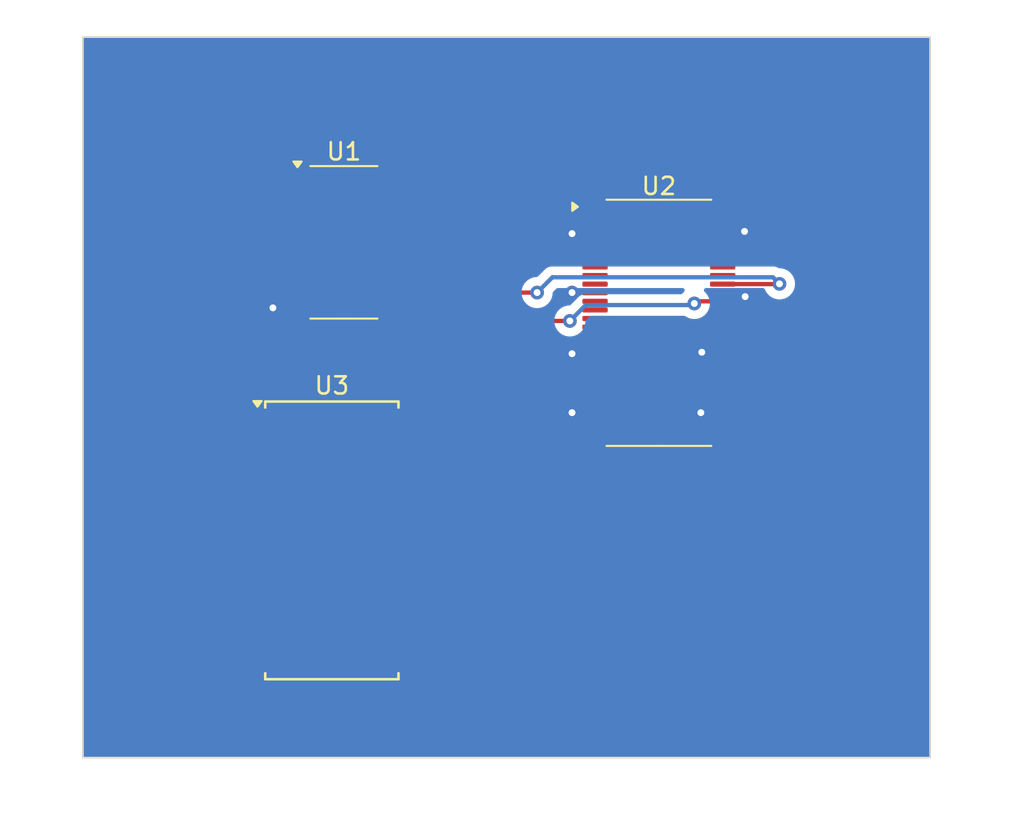
<source format=kicad_pcb>
(kicad_pcb (version 20221018) (generator pcbnew)
  (layers (0 "F.Cu" signal) (31 "B.Cu" signal) (34 "B.Paste" user) (35 "F.Paste" user) (36 "B.SilkS" user "B.Silkscreen") (37 "F.SilkS" user "F.Silkscreen") (38 "B.Mask" user) (39 "F.Mask" user) (44 "Edge.Cuts" user))
  (net 0 "")
  (net 4 "Net-(U1-Q4)")
  (net 6 "/GND")
  (net 8 "Net-(U1-Q2)")
  (net 10 "Net-(U1-Q1)")
  (net 11 "Net-(U1-Q0)")
  (net 13 "/VDC_3V3")
  (net 15 "Net-(U2-1Y1)")
  (net 16 "Net-(U2-1Y2)")
  (net 17 "Net-(U2-1Y3)")
  (net 18 "Net-(U2-1Y4)")
  (net 19 "Net-(U2-1Y5)")
  (net 20 "Net-(U2-1Y6)")
  (net 21 "Net-(U2-1Y7)")
  (net 22 "Net-(U2-1Y8)")
  (net 23 "Net-(U2-1Y9)")
  (net 24 "Net-(U2-1Y10)")
  (net 56 "Net-(U3-GND-Pad17)")
  (footprint "Package_SO:TSSOP-56_6.1x14mm_P0.5mm" (layer "F.Cu") (at 146.6555 88.627)
    (fp_text reference "U2" (at 0 -7.95) (layer "F.SilkS"))
    (fp_text value "SN74AVC16827DGGR")
    (fp_line (start 0 -7.16) (end -3.05 -7.16) (stroke (width 0.12)) (layer "F.SilkS"))
    (fp_line (start 0 -7.16) (end 3.05 -7.16) (stroke (width 0.12)) (layer "F.SilkS"))
    (fp_line (start 0 7.16) (end -3.05 7.16) (stroke (width 0.12)) (layer "F.SilkS"))
    (fp_line (start 0 7.16) (end 3.05 7.16) (stroke (width 0.12)) (layer "F.SilkS"))
    (fp_poly (pts (xy -4.71 -6.75) (xy -5.04 -6.99) (xy -5.04 -6.51) (xy -4.71 -6.75)) (stroke (width 0.12)) (fill solid) (layer "F.SilkS"))
    (pad "1" smd roundrect (at -3.7125 -6.75) (size 1.475 0.3) (layers "F.Cu" "F.Paste" "F.Mask"))
    (pad "2" smd roundrect (at -3.7125 -6.25) (size 1.475 0.3) (layers "F.Cu" "F.Paste" "F.Mask") (net 15 "Net-(U2-1Y1)"))
    (pad "3" smd roundrect (at -3.7125 -5.75) (size 1.475 0.3) (layers "F.Cu" "F.Paste" "F.Mask") (net 16 "Net-(U2-1Y2)"))
    (pad "4" smd roundrect (at -3.7125 -5.25) (size 1.475 0.3) (layers "F.Cu" "F.Paste" "F.Mask") (net 6 "/GND"))
    (pad "5" smd roundrect (at -3.7125 -4.75) (size 1.475 0.3) (layers "F.Cu" "F.Paste" "F.Mask") (net 17 "Net-(U2-1Y3)"))
    (pad "6" smd roundrect (at -3.7125 -4.25) (size 1.475 0.3) (layers "F.Cu" "F.Paste" "F.Mask") (net 18 "Net-(U2-1Y4)"))
    (pad "7" smd roundrect (at -3.7125 -3.75) (size 1.475 0.3) (layers "F.Cu" "F.Paste" "F.Mask") (net 13 "/VDC_3V3"))
    (pad "8" smd roundrect (at -3.7125 -3.25) (size 1.475 0.3) (layers "F.Cu" "F.Paste" "F.Mask") (net 19 "Net-(U2-1Y5)"))
    (pad "9" smd roundrect (at -3.7125 -2.75) (size 1.475 0.3) (layers "F.Cu" "F.Paste" "F.Mask") (net 20 "Net-(U2-1Y6)"))
    (pad "10" smd roundrect (at -3.7125 -2.25) (size 1.475 0.3) (layers "F.Cu" "F.Paste" "F.Mask") (net 21 "Net-(U2-1Y7)"))
    (pad "11" smd roundrect (at -3.7125 -1.75) (size 1.475 0.3) (layers "F.Cu" "F.Paste" "F.Mask") (net 6 "/GND"))
    (pad "12" smd roundrect (at -3.7125 -1.25) (size 1.475 0.3) (layers "F.Cu" "F.Paste" "F.Mask") (net 22 "Net-(U2-1Y8)"))
    (pad "13" smd roundrect (at -3.7125 -0.75) (size 1.475 0.3) (layers "F.Cu" "F.Paste" "F.Mask") (net 23 "Net-(U2-1Y9)"))
    (pad "14" smd roundrect (at -3.7125 -0.25) (size 1.475 0.3) (layers "F.Cu" "F.Paste" "F.Mask") (net 24 "Net-(U2-1Y10)"))
    (pad "15" smd roundrect (at -3.7125 0.25) (size 1.475 0.3) (layers "F.Cu" "F.Paste" "F.Mask"))
    (pad "16" smd roundrect (at -3.7125 0.75) (size 1.475 0.3) (layers "F.Cu" "F.Paste" "F.Mask"))
    (pad "17" smd roundrect (at -3.7125 1.25) (size 1.475 0.3) (layers "F.Cu" "F.Paste" "F.Mask"))
    (pad "18" smd roundrect (at -3.7125 1.75) (size 1.475 0.3) (layers "F.Cu" "F.Paste" "F.Mask") (net 6 "/GND"))
    (pad "19" smd roundrect (at -3.7125 2.25) (size 1.475 0.3) (layers "F.Cu" "F.Paste" "F.Mask"))
    (pad "20" smd roundrect (at -3.7125 2.75) (size 1.475 0.3) (layers "F.Cu" "F.Paste" "F.Mask"))
    (pad "21" smd roundrect (at -3.7125 3.25) (size 1.475 0.3) (layers "F.Cu" "F.Paste" "F.Mask"))
    (pad "22" smd roundrect (at -3.7125 3.75) (size 1.475 0.3) (layers "F.Cu" "F.Paste" "F.Mask") (net 13 "/VDC_3V3"))
    (pad "23" smd roundrect (at -3.7125 4.25) (size 1.475 0.3) (layers "F.Cu" "F.Paste" "F.Mask"))
    (pad "24" smd roundrect (at -3.7125 4.75) (size 1.475 0.3) (layers "F.Cu" "F.Paste" "F.Mask"))
    (pad "25" smd roundrect (at -3.7125 5.25) (size 1.475 0.3) (layers "F.Cu" "F.Paste" "F.Mask") (net 6 "/GND"))
    (pad "26" smd roundrect (at -3.7125 5.75) (size 1.475 0.3) (layers "F.Cu" "F.Paste" "F.Mask"))
    (pad "27" smd roundrect (at -3.7125 6.25) (size 1.475 0.3) (layers "F.Cu" "F.Paste" "F.Mask"))
    (pad "28" smd roundrect (at -3.7125 6.75) (size 1.475 0.3) (layers "F.Cu" "F.Paste" "F.Mask"))
    (pad "29" smd roundrect (at 3.7125 6.75) (size 1.475 0.3) (layers "F.Cu" "F.Paste" "F.Mask"))
    (pad "30" smd roundrect (at 3.7125 6.25) (size 1.475 0.3) (layers "F.Cu" "F.Paste" "F.Mask"))
    (pad "31" smd roundrect (at 3.7125 5.75) (size 1.475 0.3) (layers "F.Cu" "F.Paste" "F.Mask"))
    (pad "32" smd roundrect (at 3.7125 5.25) (size 1.475 0.3) (layers "F.Cu" "F.Paste" "F.Mask") (net 6 "/GND"))
    (pad "33" smd roundrect (at 3.7125 4.75) (size 1.475 0.3) (layers "F.Cu" "F.Paste" "F.Mask"))
    (pad "34" smd roundrect (at 3.7125 4.25) (size 1.475 0.3) (layers "F.Cu" "F.Paste" "F.Mask"))
    (pad "35" smd roundrect (at 3.7125 3.75) (size 1.475 0.3) (layers "F.Cu" "F.Paste" "F.Mask") (net 13 "/VDC_3V3"))
    (pad "36" smd roundrect (at 3.7125 3.25) (size 1.475 0.3) (layers "F.Cu" "F.Paste" "F.Mask"))
    (pad "37" smd roundrect (at 3.7125 2.75) (size 1.475 0.3) (layers "F.Cu" "F.Paste" "F.Mask"))
    (pad "38" smd roundrect (at 3.7125 2.25) (size 1.475 0.3) (layers "F.Cu" "F.Paste" "F.Mask"))
    (pad "39" smd roundrect (at 3.7125 1.75) (size 1.475 0.3) (layers "F.Cu" "F.Paste" "F.Mask") (net 6 "/GND"))
    (pad "40" smd roundrect (at 3.7125 1.25) (size 1.475 0.3) (layers "F.Cu" "F.Paste" "F.Mask"))
    (pad "41" smd roundrect (at 3.7125 0.75) (size 1.475 0.3) (layers "F.Cu" "F.Paste" "F.Mask"))
    (pad "42" smd roundrect (at 3.7125 0.25) (size 1.475 0.3) (layers "F.Cu" "F.Paste" "F.Mask"))
    (pad "43" smd roundrect (at 3.7125 -0.25) (size 1.475 0.3) (layers "F.Cu" "F.Paste" "F.Mask"))
    (pad "44" smd roundrect (at 3.7125 -0.75) (size 1.475 0.3) (layers "F.Cu" "F.Paste" "F.Mask") (net 8 "Net-(U1-Q2)"))
    (pad "45" smd roundrect (at 3.7125 -1.25) (size 1.475 0.3) (layers "F.Cu" "F.Paste" "F.Mask") (net 10 "Net-(U1-Q1)"))
    (pad "46" smd roundrect (at 3.7125 -1.75) (size 1.475 0.3) (layers "F.Cu" "F.Paste" "F.Mask") (net 6 "/GND"))
    (pad "47" smd roundrect (at 3.7125 -2.25) (size 1.475 0.3) (layers "F.Cu" "F.Paste" "F.Mask") (net 11 "Net-(U1-Q0)"))
    (pad "48" smd roundrect (at 3.7125 -2.75) (size 1.475 0.3) (layers "F.Cu" "F.Paste" "F.Mask"))
    (pad "49" smd roundrect (at 3.7125 -3.25) (size 1.475 0.3) (layers "F.Cu" "F.Paste" "F.Mask"))
    (pad "50" smd roundrect (at 3.7125 -3.75) (size 1.475 0.3) (layers "F.Cu" "F.Paste" "F.Mask") (net 13 "/VDC_3V3"))
    (pad "51" smd roundrect (at 3.7125 -4.25) (size 1.475 0.3) (layers "F.Cu" "F.Paste" "F.Mask"))
    (pad "52" smd roundrect (at 3.7125 -4.75) (size 1.475 0.3) (layers "F.Cu" "F.Paste" "F.Mask"))
    (pad "53" smd roundrect (at 3.7125 -5.25) (size 1.475 0.3) (layers "F.Cu" "F.Paste" "F.Mask") (net 6 "/GND"))
    (pad "54" smd roundrect (at 3.7125 -5.75) (size 1.475 0.3) (layers "F.Cu" "F.Paste" "F.Mask"))
    (pad "55" smd roundrect (at 3.7125 -6.25) (size 1.475 0.3) (layers "F.Cu" "F.Paste" "F.Mask"))
    (pad "56" smd roundrect (at 3.7125 -6.75) (size 1.475 0.3) (layers "F.Cu" "F.Paste" "F.Mask"))
  )
  (footprint "Package_SO:SOIC-14_3.9x8.7mm_P1.27mm" (layer "F.Cu") (at 128.335 83.947)
    (fp_text reference "U1" (at 0 -5.28) (layer "F.SilkS"))
    (fp_text value "74HC4024")
    (fp_line (start 0 -4.435) (end -1.95 -4.435) (stroke (width 0.12)) (layer "F.SilkS"))
    (fp_line (start 0 -4.435) (end 1.95 -4.435) (stroke (width 0.12)) (layer "F.SilkS"))
    (fp_line (start 0 4.435) (end -1.95 4.435) (stroke (width 0.12)) (layer "F.SilkS"))
    (fp_line (start 0 4.435) (end 1.95 4.435) (stroke (width 0.12)) (layer "F.SilkS"))
    (fp_poly (pts (xy -2.7 -4.37) (xy -2.94 -4.7) (xy -2.46 -4.7) (xy -2.7 -4.37)) (stroke (width 0.12)) (fill solid) (layer "F.SilkS"))
    (pad "1" smd roundrect (at -2.475 -3.81) (size 1.95 0.6) (layers "F.Cu" "F.Paste" "F.Mask"))
    (pad "2" smd roundrect (at -2.475 -2.54) (size 1.95 0.6) (layers "F.Cu" "F.Paste" "F.Mask"))
    (pad "3" smd roundrect (at -2.475 -1.27) (size 1.95 0.6) (layers "F.Cu" "F.Paste" "F.Mask"))
    (pad "4" smd roundrect (at -2.475 0) (size 1.95 0.6) (layers "F.Cu" "F.Paste" "F.Mask") (net 4 "Net-(U1-Q4)"))
    (pad "5" smd roundrect (at -2.475 1.27) (size 1.95 0.6) (layers "F.Cu" "F.Paste" "F.Mask") (net 4 "Net-(U1-Q4)"))
    (pad "6" smd roundrect (at -2.475 2.54) (size 1.95 0.6) (layers "F.Cu" "F.Paste" "F.Mask"))
    (pad "7" smd roundrect (at -2.475 3.81) (size 1.95 0.6) (layers "F.Cu" "F.Paste" "F.Mask") (net 6 "/GND"))
    (pad "8" smd roundrect (at 2.475 3.81) (size 1.95 0.6) (layers "F.Cu" "F.Paste" "F.Mask"))
    (pad "9" smd roundrect (at 2.475 2.54) (size 1.95 0.6) (layers "F.Cu" "F.Paste" "F.Mask") (net 8 "Net-(U1-Q2)"))
    (pad "10" smd roundrect (at 2.475 1.27) (size 1.95 0.6) (layers "F.Cu" "F.Paste" "F.Mask"))
    (pad "11" smd roundrect (at 2.475 0) (size 1.95 0.6) (layers "F.Cu" "F.Paste" "F.Mask") (net 10 "Net-(U1-Q1)"))
    (pad "12" smd roundrect (at 2.475 -1.27) (size 1.95 0.6) (layers "F.Cu" "F.Paste" "F.Mask") (net 11 "Net-(U1-Q0)"))
    (pad "13" smd roundrect (at 2.475 -2.54) (size 1.95 0.6) (layers "F.Cu" "F.Paste" "F.Mask"))
    (pad "14" smd roundrect (at 2.475 -3.81) (size 1.95 0.6) (layers "F.Cu" "F.Paste" "F.Mask") (net 13 "/VDC_3V3"))
  )
  (footprint "Package_SO:SSOP-48_7.5x15.9mm_P0.635mm" (layer "F.Cu") (at 127.634 101.2825)
    (fp_text reference "U3" (at 0 -9) (layer "F.SilkS"))
    (fp_text value "74CB3Q16210DL")
    (fp_line (start -3.875 -8.075) (end -3.875 -7.7275) (stroke (width 0.15)) (layer "F.SilkS"))
    (fp_line (start -3.875 -8.075) (end 3.875 -8.075) (stroke (width 0.15)) (layer "F.SilkS"))
    (fp_line (start -3.875 8.075) (end -3.875 7.7275) (stroke (width 0.15)) (layer "F.SilkS"))
    (fp_line (start -3.875 8.075) (end 3.875 8.075) (stroke (width 0.15)) (layer "F.SilkS"))
    (fp_line (start 3.875 -8.075) (end 3.875 -7.7275) (stroke (width 0.15)) (layer "F.SilkS"))
    (fp_line (start 3.875 8.075) (end 3.875 7.7275) (stroke (width 0.15)) (layer "F.SilkS"))
    (fp_poly (pts (xy -4.325 -7.775) (xy -4.565 -8.105) (xy -4.085 -8.105) (xy -4.325 -7.775)) (stroke (width 0.12)) (fill solid) (layer "F.SilkS"))
    (pad "1" smd rect (at -4.7 -7.3025) (size 1.2 0.4) (layers "F.Cu" "F.Paste" "F.Mask"))
    (pad "2" smd rect (at -4.7 -6.6675) (size 1.2 0.4) (layers "F.Cu" "F.Paste" "F.Mask") (net 15 "Net-(U2-1Y1)"))
    (pad "3" smd rect (at -4.7 -6.0325) (size 1.2 0.4) (layers "F.Cu" "F.Paste" "F.Mask") (net 16 "Net-(U2-1Y2)"))
    (pad "4" smd rect (at -4.7 -5.3975) (size 1.2 0.4) (layers "F.Cu" "F.Paste" "F.Mask") (net 17 "Net-(U2-1Y3)"))
    (pad "5" smd rect (at -4.7 -4.7625) (size 1.2 0.4) (layers "F.Cu" "F.Paste" "F.Mask") (net 18 "Net-(U2-1Y4)"))
    (pad "6" smd rect (at -4.7 -4.1275) (size 1.2 0.4) (layers "F.Cu" "F.Paste" "F.Mask") (net 19 "Net-(U2-1Y5)"))
    (pad "7" smd rect (at -4.7 -3.4925) (size 1.2 0.4) (layers "F.Cu" "F.Paste" "F.Mask") (net 20 "Net-(U2-1Y6)"))
    (pad "8" smd rect (at -4.7 -2.8575) (size 1.2 0.4) (layers "F.Cu" "F.Paste" "F.Mask") (net 56 "Net-(U3-GND-Pad17)"))
    (pad "9" smd rect (at -4.7 -2.2225) (size 1.2 0.4) (layers "F.Cu" "F.Paste" "F.Mask") (net 21 "Net-(U2-1Y7)"))
    (pad "10" smd rect (at -4.7 -1.5875) (size 1.2 0.4) (layers "F.Cu" "F.Paste" "F.Mask") (net 22 "Net-(U2-1Y8)"))
    (pad "11" smd rect (at -4.7 -0.9525) (size 1.2 0.4) (layers "F.Cu" "F.Paste" "F.Mask") (net 23 "Net-(U2-1Y9)"))
    (pad "12" smd rect (at -4.7 -0.3175) (size 1.2 0.4) (layers "F.Cu" "F.Paste" "F.Mask") (net 24 "Net-(U2-1Y10)"))
    (pad "13" smd rect (at -4.7 0.3175) (size 1.2 0.4) (layers "F.Cu" "F.Paste" "F.Mask"))
    (pad "14" smd rect (at -4.7 0.9525) (size 1.2 0.4) (layers "F.Cu" "F.Paste" "F.Mask"))
    (pad "15" smd rect (at -4.7 1.5875) (size 1.2 0.4) (layers "F.Cu" "F.Paste" "F.Mask"))
    (pad "16" smd rect (at -4.7 2.2225) (size 1.2 0.4) (layers "F.Cu" "F.Paste" "F.Mask"))
    (pad "17" smd rect (at -4.7 2.8575) (size 1.2 0.4) (layers "F.Cu" "F.Paste" "F.Mask") (net 56 "Net-(U3-GND-Pad17)"))
    (pad "18" smd rect (at -4.7 3.4925) (size 1.2 0.4) (layers "F.Cu" "F.Paste" "F.Mask"))
    (pad "19" smd rect (at -4.7 4.1275) (size 1.2 0.4) (layers "F.Cu" "F.Paste" "F.Mask"))
    (pad "20" smd rect (at -4.7 4.7625) (size 1.2 0.4) (layers "F.Cu" "F.Paste" "F.Mask"))
    (pad "21" smd rect (at -4.7 5.3975) (size 1.2 0.4) (layers "F.Cu" "F.Paste" "F.Mask"))
    (pad "22" smd rect (at -4.7 6.0325) (size 1.2 0.4) (layers "F.Cu" "F.Paste" "F.Mask"))
    (pad "23" smd rect (at -4.7 6.6675) (size 1.2 0.4) (layers "F.Cu" "F.Paste" "F.Mask"))
    (pad "24" smd rect (at -4.7 7.3025) (size 1.2 0.4) (layers "F.Cu" "F.Paste" "F.Mask"))
    (pad "25" smd rect (at 4.7 7.3025) (size 1.2 0.4) (layers "F.Cu" "F.Paste" "F.Mask"))
    (pad "26" smd rect (at 4.7 6.6675) (size 1.2 0.4) (layers "F.Cu" "F.Paste" "F.Mask"))
    (pad "27" smd rect (at 4.7 6.0325) (size 1.2 0.4) (layers "F.Cu" "F.Paste" "F.Mask"))
    (pad "28" smd rect (at 4.7 5.3975) (size 1.2 0.4) (layers "F.Cu" "F.Paste" "F.Mask"))
    (pad "29" smd rect (at 4.7 4.7625) (size 1.2 0.4) (layers "F.Cu" "F.Paste" "F.Mask"))
    (pad "30" smd rect (at 4.7 4.1275) (size 1.2 0.4) (layers "F.Cu" "F.Paste" "F.Mask"))
    (pad "31" smd rect (at 4.7 3.4925) (size 1.2 0.4) (layers "F.Cu" "F.Paste" "F.Mask"))
    (pad "32" smd rect (at 4.7 2.8575) (size 1.2 0.4) (layers "F.Cu" "F.Paste" "F.Mask") (net 56 "Net-(U3-GND-Pad17)"))
    (pad "33" smd rect (at 4.7 2.2225) (size 1.2 0.4) (layers "F.Cu" "F.Paste" "F.Mask"))
    (pad "34" smd rect (at 4.7 1.5875) (size 1.2 0.4) (layers "F.Cu" "F.Paste" "F.Mask"))
    (pad "35" smd rect (at 4.7 0.9525) (size 1.2 0.4) (layers "F.Cu" "F.Paste" "F.Mask"))
    (pad "36" smd rect (at 4.7 0.3175) (size 1.2 0.4) (layers "F.Cu" "F.Paste" "F.Mask"))
    (pad "37" smd rect (at 4.7 -0.3175) (size 1.2 0.4) (layers "F.Cu" "F.Paste" "F.Mask"))
    (pad "38" smd rect (at 4.7 -0.9525) (size 1.2 0.4) (layers "F.Cu" "F.Paste" "F.Mask"))
    (pad "39" smd rect (at 4.7 -1.5875) (size 1.2 0.4) (layers "F.Cu" "F.Paste" "F.Mask"))
    (pad "40" smd rect (at 4.7 -2.2225) (size 1.2 0.4) (layers "F.Cu" "F.Paste" "F.Mask"))
    (pad "41" smd rect (at 4.7 -2.8575) (size 1.2 0.4) (layers "F.Cu" "F.Paste" "F.Mask") (net 56 "Net-(U3-GND-Pad17)"))
    (pad "42" smd rect (at 4.7 -3.4925) (size 1.2 0.4) (layers "F.Cu" "F.Paste" "F.Mask"))
    (pad "43" smd rect (at 4.7 -4.1275) (size 1.2 0.4) (layers "F.Cu" "F.Paste" "F.Mask"))
    (pad "44" smd rect (at 4.7 -4.7625) (size 1.2 0.4) (layers "F.Cu" "F.Paste" "F.Mask"))
    (pad "45" smd rect (at 4.7 -5.3975) (size 1.2 0.4) (layers "F.Cu" "F.Paste" "F.Mask"))
    (pad "46" smd rect (at 4.7 -6.0325) (size 1.2 0.4) (layers "F.Cu" "F.Paste" "F.Mask"))
    (pad "47" smd rect (at 4.7 -6.6675) (size 1.2 0.4) (layers "F.Cu" "F.Paste" "F.Mask"))
    (pad "48" smd rect (at 4.7 -7.3025) (size 1.2 0.4) (layers "F.Cu" "F.Paste" "F.Mask"))
  )
  (gr_rect (start 113.157 72.009) (end 162.433 113.919) (stroke (width 0.1)) (fill none) (layer "Edge.Cuts"))
  (segment (start 149.190035 90.377) (end 149.152738 90.339703) (width 0.25) (layer "F.Cu") (net 6))
  (segment (start 141.614 86.877) (end 141.605 86.868) (width 0.25) (layer "F.Cu") (net 6))
  (segment (start 151.450912 86.877) (end 151.675912 87.102) (width 0.25) (layer "F.Cu") (net 6))
  (segment (start 141.629 93.877) (end 141.605 93.853) (width 0.25) (layer "F.Cu") (net 6))
  (segment (start 151.573 83.377) (end 151.638 83.312) (width 0.25) (layer "F.Cu") (net 6))
  (segment (start 141.667 83.377) (end 141.605 83.439) (width 0.25) (layer "F.Cu") (net 6))
  (segment (start 142.943 93.877) (end 141.629 93.877) (width 0.25) (layer "F.Cu") (net 6))
  (segment (start 125.86 87.757) (end 124.206 87.757) (width 0.25) (layer "F.Cu") (net 6))
  (segment (start 150.368 83.377) (end 151.573 83.377) (width 0.25) (layer "F.Cu") (net 6))
  (segment (start 150.368 93.877) (end 149.122 93.877) (width 0.25) (layer "F.Cu") (net 6))
  (segment (start 141.652 90.377) (end 141.605 90.424) (width 0.25) (layer "F.Cu") (net 6))
  (segment (start 142.943 86.877) (end 141.614 86.877) (width 0.25) (layer "F.Cu") (net 6))
  (segment (start 142.943 83.377) (end 141.667 83.377) (width 0.25) (layer "F.Cu") (net 6))
  (segment (start 150.368 90.377) (end 149.190035 90.377) (width 0.25) (layer "F.Cu") (net 6))
  (segment (start 142.943 90.377) (end 141.652 90.377) (width 0.25) (layer "F.Cu") (net 6))
  (segment (start 150.368 86.877) (end 151.450912 86.877) (width 0.25) (layer "F.Cu") (net 6))
  (segment (start 149.122 93.877) (end 149.098 93.853) (width 0.25) (layer "F.Cu") (net 6))
  (via (at 141.605 90.424) (size 0.8) (drill 0.4) (layers "F.Cu" "B.Cu") (net 6))
  (via (at 151.675912 87.102) (size 0.8) (drill 0.4) (layers "F.Cu" "B.Cu") (net 6))
  (via (at 151.638 83.312) (size 0.8) (drill 0.4) (layers "F.Cu" "B.Cu") (net 6))
  (via (at 141.605 83.439) (size 0.8) (drill 0.4) (layers "F.Cu" "B.Cu") (net 6))
  (via (at 141.605 86.868) (size 0.8) (drill 0.4) (layers "F.Cu" "B.Cu") (net 6))
  (via (at 149.152738 90.339703) (size 0.8) (drill 0.4) (layers "F.Cu" "B.Cu") (net 6))
  (via (at 124.206 87.757) (size 0.8) (drill 0.4) (layers "F.Cu" "B.Cu") (net 6))
  (via (at 141.605 93.853) (size 0.8) (drill 0.4) (layers "F.Cu" "B.Cu") (net 6))
  (via (at 149.098 93.853) (size 0.8) (drill 0.4) (layers "F.Cu" "B.Cu") (net 6))
  (segment (start 141.478 88.519) (end 138.176 88.519) (width 0.25) (layer "F.Cu") (net 10))
  (segment (start 133.604 83.947) (end 130.81 83.947) (width 0.25) (layer "F.Cu") (net 10))
  (segment (start 148.843 87.377) (end 148.717 87.503) (width 0.25) (layer "F.Cu") (net 10))
  (segment (start 138.176 88.519) (end 133.604 83.947) (width 0.25) (layer "F.Cu") (net 10))
  (segment (start 150.368 87.377) (end 148.843 87.377) (width 0.25) (layer "F.Cu") (net 10))
  (via (at 148.717 87.503) (size 0.8) (drill 0.4) (layers "F.Cu" "B.Cu") (net 10))
  (via (at 141.478 88.519) (size 0.8) (drill 0.4) (layers "F.Cu" "B.Cu") (net 10))
  (segment (start 142.404 87.593) (end 141.478 88.519) (width 0.25) (layer "B.Cu") (net 10))
  (segment (start 148.627 87.593) (end 142.404 87.593) (width 0.25) (layer "B.Cu") (net 10))
  (segment (start 148.717 87.503) (end 148.627 87.593) (width 0.25) (layer "B.Cu") (net 10))
  (segment (start 153.67 86.36) (end 153.653 86.377) (width 0.25) (layer "F.Cu") (net 11))
  (segment (start 153.653 86.377) (end 150.368 86.377) (width 0.25) (layer "F.Cu") (net 11))
  (segment (start 138.557 86.868) (end 139.573 86.868) (width 0.25) (layer "F.Cu") (net 11))
  (segment (start 130.81 82.677) (end 134.366 82.677) (width 0.25) (layer "F.Cu") (net 11))
  (segment (start 137.795 86.106) (end 138.557 86.868) (width 0.25) (layer "F.Cu") (net 11))
  (segment (start 134.366 82.677) (end 137.795 86.106) (width 0.25) (layer "F.Cu") (net 11))
  (via (at 153.67 86.36) (size 0.8) (drill 0.4) (layers "F.Cu" "B.Cu") (net 11))
  (via (at 139.573 86.868) (size 0.8) (drill 0.4) (layers "F.Cu" "B.Cu") (net 11))
  (segment (start 140.462 85.979) (end 153.289 85.979) (width 0.25) (layer "B.Cu") (net 11))
  (segment (start 153.289 85.979) (end 153.67 86.36) (width 0.25) (layer "B.Cu") (net 11))
  (segment (start 139.573 86.868) (end 140.462 85.979) (width 0.25) (layer "B.Cu") (net 11))
  (segment (start 150.368 84.877) (end 154.6 84.877) (width 0.25) (layer "F.Cu") (net 13))
  (segment (start 155.321 85.598) (end 155.321 90.932) (width 0.25) (layer "F.Cu") (net 13))
  (segment (start 130.81 80.137) (end 135.509 80.137) (width 0.25) (layer "F.Cu") (net 13))
  (segment (start 154.6 84.877) (end 155.321 85.598) (width 0.25) (layer "F.Cu") (net 13))
  (segment (start 140.249 84.877) (end 142.943 84.877) (width 0.25) (layer "F.Cu") (net 13))
  (segment (start 142.646 84.877) (end 142.621 84.852) (width 0.25) (layer "F.Cu") (net 13))
  (segment (start 155.321 90.932) (end 153.876 92.377) (width 0.25) (layer "F.Cu") (net 13))
  (segment (start 153.876 92.377) (end 150.368 92.377) (width 0.25) (layer "F.Cu") (net 13))
  (segment (start 150.368 84.877) (end 142.646 84.877) (width 0.25) (layer "F.Cu") (net 13))
  (segment (start 135.509 80.137) (end 140.249 84.877) (width 0.25) (layer "F.Cu") (net 13))
  (segment (start 150.368 92.377) (end 142.943 92.377) (width 0.25) (layer "F.Cu") (net 13))
  (segment (start 142.646 84.877) (end 142.943 84.877) (width 0.25) (layer "F.Cu") (net 13))
  (zone (net 6) (net_name "/GND") (layer "B.Cu") (connect_pads (clearance 0.5)) (min_thickness 0.25) (fill yes (thermal_gap 0.5) (thermal_bridge_width 0.5))
    (polygon (pts (xy 111.379 69.85) (xy 167.894 70.104) (xy 166.624 117.475) (xy 108.331 116.459)))
  )
)
</source>
